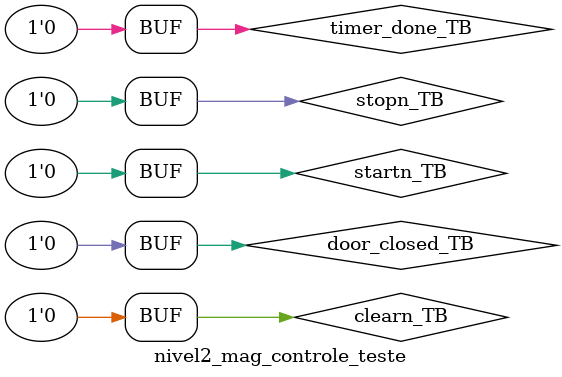
<source format=v>
`timescale 1ns/1ns
`include "nivel2_mag_controle.v"

module nivel2_mag_controle_teste;

    reg startn_TB, stopn_TB, clearn_TB, door_closed_TB, timer_done_TB;
  	wire  Q_TB;

  	nivel2_mag_controle DUT(.startn(startn_TB), .stopn(stopn_TB), .clearn(clearn_TB), .door_closed(door_closed_TB), .timer_done(timer_done_TB));

    initial
        begin

            $dumpfile("nivel2_mag_controle_teste.vcd");
            $dumpvars(0, nivel2_mag_controle_teste);

                startn_TB=1; stopn_TB=0; clearn_TB=0; door_closed_TB=0; timer_done_TB=0;
            #5  startn_TB=1; stopn_TB=0; clearn_TB=0; door_closed_TB=1; timer_done_TB=0;
         	  #5  startn_TB=1; stopn_TB=1; clearn_TB=0; door_closed_TB=1; timer_done_TB=0;
            #5  startn_TB=1; stopn_TB=0; clearn_TB=0; door_closed_TB=1; timer_done_TB=0;
            #5  startn_TB=1; stopn_TB=0; clearn_TB=0; door_closed_TB=0; timer_done_TB=0;
            #5  startn_TB=1; stopn_TB=0; clearn_TB=0; door_closed_TB=1; timer_done_TB=1;
            #5  startn_TB=1; stopn_TB=0; clearn_TB=0; door_closed_TB=1; timer_done_TB=0;
          	#5  startn_TB=1; stopn_TB=0; clearn_TB=1; door_closed_TB=1; timer_done_TB=1;
            #5  startn_TB=1; stopn_TB=0; clearn_TB=0; door_closed_TB=1; timer_done_TB=0;
          	#5  startn_TB=1; stopn_TB=1; clearn_TB=1; door_closed_TB=1; timer_done_TB=1;
            #5  startn_TB=0; stopn_TB=1; clearn_TB=1; door_closed_TB=1; timer_done_TB=1;
            #5  startn_TB=0; stopn_TB=0; clearn_TB=0; door_closed_TB=0; timer_done_TB=0;
          
        end
endmodule
</source>
